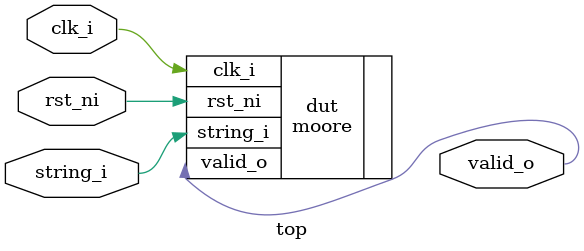
<source format=sv>
module top (
    //inputs
    input logic clk_i,
    input logic rst_ni,
    input logic string_i,
    //outputs
    output logic valid_o
);
    moore dut (
    	.clk_i    (clk_i),
    	.rst_ni   (rst_ni),
    	.string_i (string_i),
    	.valid_o  (valid_o)
    );
endmodule : top

</source>
